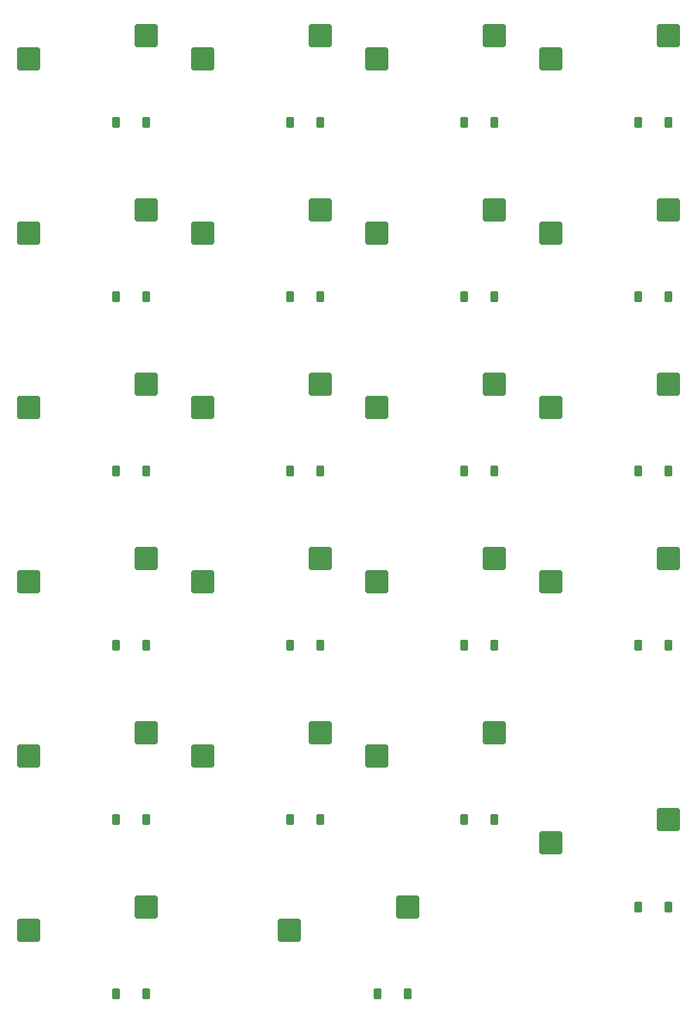
<source format=gbp>
G04 #@! TF.GenerationSoftware,KiCad,Pcbnew,8.0.2*
G04 #@! TF.CreationDate,2024-06-05T18:53:51-04:00*
G04 #@! TF.ProjectId,CSP_macropad_arduino,4353505f-6d61-4637-926f-7061645f6172,rev?*
G04 #@! TF.SameCoordinates,Original*
G04 #@! TF.FileFunction,Paste,Bot*
G04 #@! TF.FilePolarity,Positive*
%FSLAX46Y46*%
G04 Gerber Fmt 4.6, Leading zero omitted, Abs format (unit mm)*
G04 Created by KiCad (PCBNEW 8.0.2) date 2024-06-05 18:53:51*
%MOMM*%
%LPD*%
G01*
G04 APERTURE LIST*
G04 Aperture macros list*
%AMRoundRect*
0 Rectangle with rounded corners*
0 $1 Rounding radius*
0 $2 $3 $4 $5 $6 $7 $8 $9 X,Y pos of 4 corners*
0 Add a 4 corners polygon primitive as box body*
4,1,4,$2,$3,$4,$5,$6,$7,$8,$9,$2,$3,0*
0 Add four circle primitives for the rounded corners*
1,1,$1+$1,$2,$3*
1,1,$1+$1,$4,$5*
1,1,$1+$1,$6,$7*
1,1,$1+$1,$8,$9*
0 Add four rect primitives between the rounded corners*
20,1,$1+$1,$2,$3,$4,$5,0*
20,1,$1+$1,$4,$5,$6,$7,0*
20,1,$1+$1,$6,$7,$8,$9,0*
20,1,$1+$1,$8,$9,$2,$3,0*%
G04 Aperture macros list end*
%ADD10RoundRect,0.250000X-1.025000X-1.000000X1.025000X-1.000000X1.025000X1.000000X-1.025000X1.000000X0*%
%ADD11RoundRect,0.225000X-0.225000X-0.375000X0.225000X-0.375000X0.225000X0.375000X-0.225000X0.375000X0*%
G04 APERTURE END LIST*
D10*
X110644500Y-66692500D03*
X97717500Y-69232500D03*
X97717500Y-31122500D03*
X110644500Y-28582500D03*
X135827500Y-116870000D03*
X148754500Y-114330000D03*
X97717500Y-88287500D03*
X110644500Y-85747500D03*
X116772500Y-107342500D03*
X129699500Y-104802500D03*
X116772500Y-50177500D03*
X129699500Y-47637500D03*
X135827500Y-69232500D03*
X148754500Y-66692500D03*
X116772500Y-69232500D03*
X129699500Y-66692500D03*
X78662500Y-31122500D03*
X91589500Y-28582500D03*
X135827500Y-50177500D03*
X148754500Y-47637500D03*
X135827500Y-88287500D03*
X148754500Y-85747500D03*
X78662500Y-50177500D03*
X91589500Y-47637500D03*
X78662500Y-69232500D03*
X91589500Y-66692500D03*
X78662500Y-126397500D03*
X91589500Y-123857500D03*
X107245000Y-126397500D03*
X120172000Y-123857500D03*
X97717500Y-107342500D03*
X110644500Y-104802500D03*
X135827500Y-31122500D03*
X148754500Y-28582500D03*
X78662500Y-88287500D03*
X91589500Y-85747500D03*
X116772500Y-88287500D03*
X129699500Y-85747500D03*
X97717500Y-50177500D03*
X110644500Y-47637500D03*
X116772500Y-31122500D03*
X129699500Y-28582500D03*
X78662500Y-107342500D03*
X91589500Y-104802500D03*
D11*
X116872000Y-133385000D03*
X120172000Y-133385000D03*
X107344500Y-114330000D03*
X110644500Y-114330000D03*
X126398832Y-76220000D03*
X129698832Y-76220000D03*
X107343166Y-76220000D03*
X110643166Y-76220000D03*
X107344500Y-57165000D03*
X110644500Y-57165000D03*
X126399500Y-114330000D03*
X129699500Y-114330000D03*
X88289500Y-57165000D03*
X91589500Y-57165000D03*
X145454500Y-57165000D03*
X148754500Y-57165000D03*
X145454500Y-123857500D03*
X148754500Y-123857500D03*
X145454500Y-38110000D03*
X148754500Y-38110000D03*
X107344500Y-95275000D03*
X110644500Y-95275000D03*
X107342500Y-38110000D03*
X110642500Y-38110000D03*
X88289500Y-95275000D03*
X91589500Y-95275000D03*
X145454500Y-95275000D03*
X148754500Y-95275000D03*
X145454500Y-76220000D03*
X148754500Y-76220000D03*
X88287500Y-38110000D03*
X91587500Y-38110000D03*
X88289500Y-114330000D03*
X91589500Y-114330000D03*
X88287500Y-76220000D03*
X91587500Y-76220000D03*
X88287500Y-133385000D03*
X91587500Y-133385000D03*
X126399500Y-57165000D03*
X129699500Y-57165000D03*
X126399500Y-95275000D03*
X129699500Y-95275000D03*
X126399500Y-38110000D03*
X129699500Y-38110000D03*
M02*

</source>
